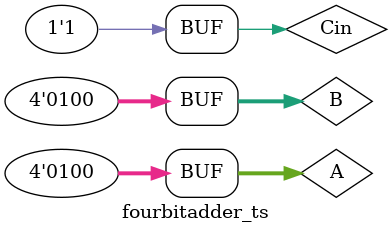
<source format=sv>
`timescale 1ns / 1ps
/*
module fourbitadder(

input logic Cin,
input logic A[3:0],
input logic B[3:0],

output logic S[3:0],
output logic Cout
    );
*/

module fourbitadder_ts;
logic[3:0]A, B,S;
logic Cout,Cin ;
 
fourbitadder ffa(.Cin(Cin),.A(A), .B(B),.S(S),.Cout(Cout));

initial begin

        A = 4'b0000; B = 4'b0000;Cin = 1'b0 ;  
#5
        A = 4'b0001; B = 4'b0001; Cin = 1'b0 ;  
#5
        A = 4'b0010; B = 4'b0010; Cin = 1'b1 ;  
#5
        A = 4'b0100; B = 4'b0100; Cin = 1'b1 ;  

end
endmodule

</source>
